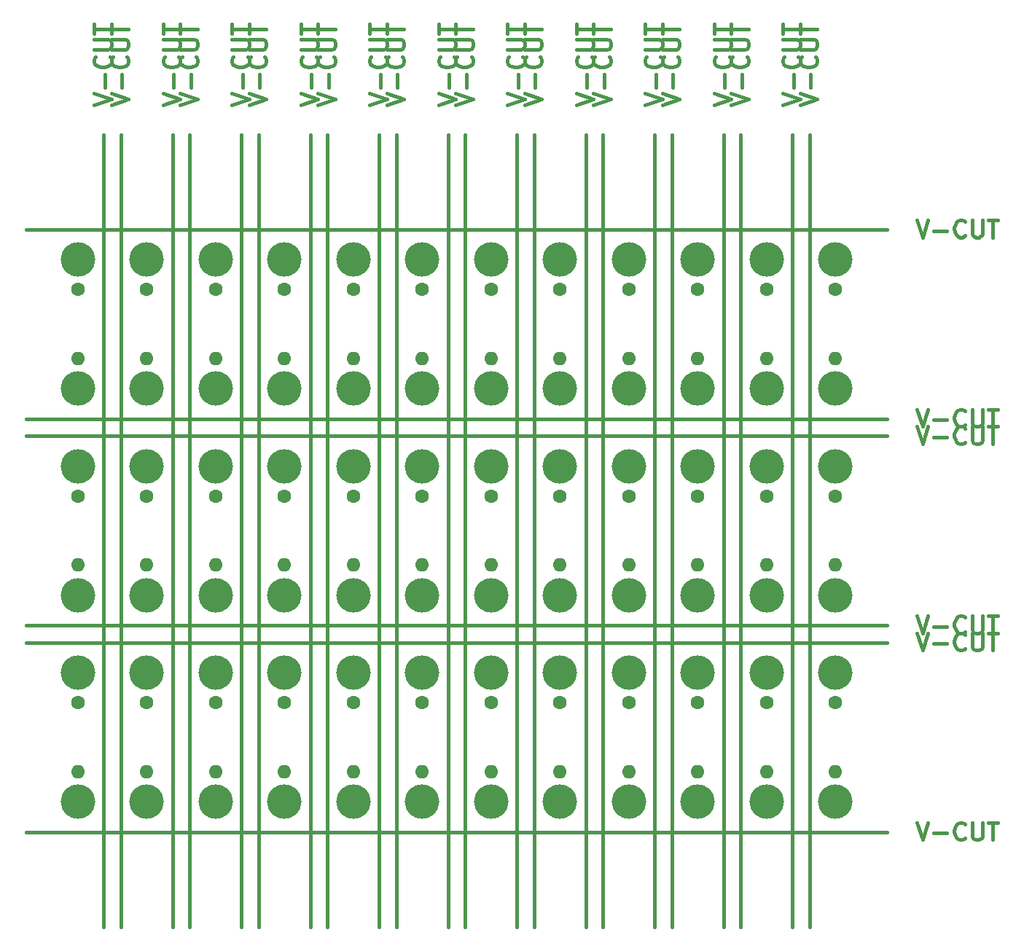
<source format=gbr>
%TF.GenerationSoftware,KiCad,Pcbnew,8.0.2*%
%TF.CreationDate,2024-06-26T22:47:50+07:00*%
%TF.ProjectId,resistor_pitch_15mm_Panel,72657369-7374-46f7-925f-70697463685f,rev?*%
%TF.SameCoordinates,Original*%
%TF.FileFunction,Copper,L1,Top*%
%TF.FilePolarity,Positive*%
%FSLAX46Y46*%
G04 Gerber Fmt 4.6, Leading zero omitted, Abs format (unit mm)*
G04 Created by KiCad (PCBNEW 8.0.2) date 2024-06-26 22:47:50*
%MOMM*%
%LPD*%
G01*
G04 APERTURE LIST*
%ADD10C,0.400000*%
%TA.AperFunction,NonConductor*%
%ADD11C,0.400000*%
%TD*%
%TA.AperFunction,ComponentPad*%
%ADD12C,4.000000*%
%TD*%
%TA.AperFunction,ComponentPad*%
%ADD13C,1.600000*%
%TD*%
%TA.AperFunction,ComponentPad*%
%ADD14O,1.600000X1.600000*%
%TD*%
G04 APERTURE END LIST*
D10*
D11*
X100453633Y-28904938D02*
X101120299Y-30904938D01*
X101120299Y-30904938D02*
X101786966Y-28904938D01*
X102453633Y-30143033D02*
X103977443Y-30143033D01*
X106072680Y-30714461D02*
X105977442Y-30809700D01*
X105977442Y-30809700D02*
X105691728Y-30904938D01*
X105691728Y-30904938D02*
X105501252Y-30904938D01*
X105501252Y-30904938D02*
X105215537Y-30809700D01*
X105215537Y-30809700D02*
X105025061Y-30619223D01*
X105025061Y-30619223D02*
X104929823Y-30428747D01*
X104929823Y-30428747D02*
X104834585Y-30047795D01*
X104834585Y-30047795D02*
X104834585Y-29762080D01*
X104834585Y-29762080D02*
X104929823Y-29381128D01*
X104929823Y-29381128D02*
X105025061Y-29190652D01*
X105025061Y-29190652D02*
X105215537Y-29000176D01*
X105215537Y-29000176D02*
X105501252Y-28904938D01*
X105501252Y-28904938D02*
X105691728Y-28904938D01*
X105691728Y-28904938D02*
X105977442Y-29000176D01*
X105977442Y-29000176D02*
X106072680Y-29095414D01*
X106929823Y-28904938D02*
X106929823Y-30523985D01*
X106929823Y-30523985D02*
X107025061Y-30714461D01*
X107025061Y-30714461D02*
X107120299Y-30809700D01*
X107120299Y-30809700D02*
X107310775Y-30904938D01*
X107310775Y-30904938D02*
X107691728Y-30904938D01*
X107691728Y-30904938D02*
X107882204Y-30809700D01*
X107882204Y-30809700D02*
X107977442Y-30714461D01*
X107977442Y-30714461D02*
X108072680Y-30523985D01*
X108072680Y-30523985D02*
X108072680Y-28904938D01*
X108739347Y-28904938D02*
X109882204Y-28904938D01*
X109310775Y-30904938D02*
X109310775Y-28904938D01*
D10*
D11*
X44904438Y6453634D02*
X46904438Y7120300D01*
X46904438Y7120300D02*
X44904438Y7786967D01*
X46142533Y8453634D02*
X46142533Y9977443D01*
X46713961Y12072681D02*
X46809200Y11977443D01*
X46809200Y11977443D02*
X46904438Y11691729D01*
X46904438Y11691729D02*
X46904438Y11501253D01*
X46904438Y11501253D02*
X46809200Y11215538D01*
X46809200Y11215538D02*
X46618723Y11025062D01*
X46618723Y11025062D02*
X46428247Y10929824D01*
X46428247Y10929824D02*
X46047295Y10834586D01*
X46047295Y10834586D02*
X45761580Y10834586D01*
X45761580Y10834586D02*
X45380628Y10929824D01*
X45380628Y10929824D02*
X45190152Y11025062D01*
X45190152Y11025062D02*
X44999676Y11215538D01*
X44999676Y11215538D02*
X44904438Y11501253D01*
X44904438Y11501253D02*
X44904438Y11691729D01*
X44904438Y11691729D02*
X44999676Y11977443D01*
X44999676Y11977443D02*
X45094914Y12072681D01*
X44904438Y12929824D02*
X46523485Y12929824D01*
X46523485Y12929824D02*
X46713961Y13025062D01*
X46713961Y13025062D02*
X46809200Y13120300D01*
X46809200Y13120300D02*
X46904438Y13310776D01*
X46904438Y13310776D02*
X46904438Y13691729D01*
X46904438Y13691729D02*
X46809200Y13882205D01*
X46809200Y13882205D02*
X46713961Y13977443D01*
X46713961Y13977443D02*
X46523485Y14072681D01*
X46523485Y14072681D02*
X44904438Y14072681D01*
X44904438Y14739348D02*
X44904438Y15882205D01*
X46904438Y15310776D02*
X44904438Y15310776D01*
D10*
D11*
X100453633Y-30904938D02*
X101120299Y-32904938D01*
X101120299Y-32904938D02*
X101786966Y-30904938D01*
X102453633Y-32143033D02*
X103977443Y-32143033D01*
X106072680Y-32714461D02*
X105977442Y-32809700D01*
X105977442Y-32809700D02*
X105691728Y-32904938D01*
X105691728Y-32904938D02*
X105501252Y-32904938D01*
X105501252Y-32904938D02*
X105215537Y-32809700D01*
X105215537Y-32809700D02*
X105025061Y-32619223D01*
X105025061Y-32619223D02*
X104929823Y-32428747D01*
X104929823Y-32428747D02*
X104834585Y-32047795D01*
X104834585Y-32047795D02*
X104834585Y-31762080D01*
X104834585Y-31762080D02*
X104929823Y-31381128D01*
X104929823Y-31381128D02*
X105025061Y-31190652D01*
X105025061Y-31190652D02*
X105215537Y-31000176D01*
X105215537Y-31000176D02*
X105501252Y-30904938D01*
X105501252Y-30904938D02*
X105691728Y-30904938D01*
X105691728Y-30904938D02*
X105977442Y-31000176D01*
X105977442Y-31000176D02*
X106072680Y-31095414D01*
X106929823Y-30904938D02*
X106929823Y-32523985D01*
X106929823Y-32523985D02*
X107025061Y-32714461D01*
X107025061Y-32714461D02*
X107120299Y-32809700D01*
X107120299Y-32809700D02*
X107310775Y-32904938D01*
X107310775Y-32904938D02*
X107691728Y-32904938D01*
X107691728Y-32904938D02*
X107882204Y-32809700D01*
X107882204Y-32809700D02*
X107977442Y-32714461D01*
X107977442Y-32714461D02*
X108072680Y-32523985D01*
X108072680Y-32523985D02*
X108072680Y-30904938D01*
X108739347Y-30904938D02*
X109882204Y-30904938D01*
X109310775Y-32904938D02*
X109310775Y-30904938D01*
D10*
D11*
X4904438Y6453634D02*
X6904438Y7120300D01*
X6904438Y7120300D02*
X4904438Y7786967D01*
X6142533Y8453634D02*
X6142533Y9977443D01*
X6713961Y12072681D02*
X6809200Y11977443D01*
X6809200Y11977443D02*
X6904438Y11691729D01*
X6904438Y11691729D02*
X6904438Y11501253D01*
X6904438Y11501253D02*
X6809200Y11215538D01*
X6809200Y11215538D02*
X6618723Y11025062D01*
X6618723Y11025062D02*
X6428247Y10929824D01*
X6428247Y10929824D02*
X6047295Y10834586D01*
X6047295Y10834586D02*
X5761580Y10834586D01*
X5761580Y10834586D02*
X5380628Y10929824D01*
X5380628Y10929824D02*
X5190152Y11025062D01*
X5190152Y11025062D02*
X4999676Y11215538D01*
X4999676Y11215538D02*
X4904438Y11501253D01*
X4904438Y11501253D02*
X4904438Y11691729D01*
X4904438Y11691729D02*
X4999676Y11977443D01*
X4999676Y11977443D02*
X5094914Y12072681D01*
X4904438Y12929824D02*
X6523485Y12929824D01*
X6523485Y12929824D02*
X6713961Y13025062D01*
X6713961Y13025062D02*
X6809200Y13120300D01*
X6809200Y13120300D02*
X6904438Y13310776D01*
X6904438Y13310776D02*
X6904438Y13691729D01*
X6904438Y13691729D02*
X6809200Y13882205D01*
X6809200Y13882205D02*
X6713961Y13977443D01*
X6713961Y13977443D02*
X6523485Y14072681D01*
X6523485Y14072681D02*
X4904438Y14072681D01*
X4904438Y14739348D02*
X4904438Y15882205D01*
X6904438Y15310776D02*
X4904438Y15310776D01*
D10*
D11*
X12904438Y6453634D02*
X14904438Y7120300D01*
X14904438Y7120300D02*
X12904438Y7786967D01*
X14142533Y8453634D02*
X14142533Y9977443D01*
X14713961Y12072681D02*
X14809200Y11977443D01*
X14809200Y11977443D02*
X14904438Y11691729D01*
X14904438Y11691729D02*
X14904438Y11501253D01*
X14904438Y11501253D02*
X14809200Y11215538D01*
X14809200Y11215538D02*
X14618723Y11025062D01*
X14618723Y11025062D02*
X14428247Y10929824D01*
X14428247Y10929824D02*
X14047295Y10834586D01*
X14047295Y10834586D02*
X13761580Y10834586D01*
X13761580Y10834586D02*
X13380628Y10929824D01*
X13380628Y10929824D02*
X13190152Y11025062D01*
X13190152Y11025062D02*
X12999676Y11215538D01*
X12999676Y11215538D02*
X12904438Y11501253D01*
X12904438Y11501253D02*
X12904438Y11691729D01*
X12904438Y11691729D02*
X12999676Y11977443D01*
X12999676Y11977443D02*
X13094914Y12072681D01*
X12904438Y12929824D02*
X14523485Y12929824D01*
X14523485Y12929824D02*
X14713961Y13025062D01*
X14713961Y13025062D02*
X14809200Y13120300D01*
X14809200Y13120300D02*
X14904438Y13310776D01*
X14904438Y13310776D02*
X14904438Y13691729D01*
X14904438Y13691729D02*
X14809200Y13882205D01*
X14809200Y13882205D02*
X14713961Y13977443D01*
X14713961Y13977443D02*
X14523485Y14072681D01*
X14523485Y14072681D02*
X12904438Y14072681D01*
X12904438Y14739348D02*
X12904438Y15882205D01*
X14904438Y15310776D02*
X12904438Y15310776D01*
D10*
D11*
X6904438Y6453634D02*
X8904438Y7120300D01*
X8904438Y7120300D02*
X6904438Y7786967D01*
X8142533Y8453634D02*
X8142533Y9977443D01*
X8713961Y12072681D02*
X8809200Y11977443D01*
X8809200Y11977443D02*
X8904438Y11691729D01*
X8904438Y11691729D02*
X8904438Y11501253D01*
X8904438Y11501253D02*
X8809200Y11215538D01*
X8809200Y11215538D02*
X8618723Y11025062D01*
X8618723Y11025062D02*
X8428247Y10929824D01*
X8428247Y10929824D02*
X8047295Y10834586D01*
X8047295Y10834586D02*
X7761580Y10834586D01*
X7761580Y10834586D02*
X7380628Y10929824D01*
X7380628Y10929824D02*
X7190152Y11025062D01*
X7190152Y11025062D02*
X6999676Y11215538D01*
X6999676Y11215538D02*
X6904438Y11501253D01*
X6904438Y11501253D02*
X6904438Y11691729D01*
X6904438Y11691729D02*
X6999676Y11977443D01*
X6999676Y11977443D02*
X7094914Y12072681D01*
X6904438Y12929824D02*
X8523485Y12929824D01*
X8523485Y12929824D02*
X8713961Y13025062D01*
X8713961Y13025062D02*
X8809200Y13120300D01*
X8809200Y13120300D02*
X8904438Y13310776D01*
X8904438Y13310776D02*
X8904438Y13691729D01*
X8904438Y13691729D02*
X8809200Y13882205D01*
X8809200Y13882205D02*
X8713961Y13977443D01*
X8713961Y13977443D02*
X8523485Y14072681D01*
X8523485Y14072681D02*
X6904438Y14072681D01*
X6904438Y14739348D02*
X6904438Y15882205D01*
X8904438Y15310776D02*
X6904438Y15310776D01*
D10*
D11*
X100453633Y-54904938D02*
X101120299Y-56904938D01*
X101120299Y-56904938D02*
X101786966Y-54904938D01*
X102453633Y-56143033D02*
X103977443Y-56143033D01*
X106072680Y-56714461D02*
X105977442Y-56809700D01*
X105977442Y-56809700D02*
X105691728Y-56904938D01*
X105691728Y-56904938D02*
X105501252Y-56904938D01*
X105501252Y-56904938D02*
X105215537Y-56809700D01*
X105215537Y-56809700D02*
X105025061Y-56619223D01*
X105025061Y-56619223D02*
X104929823Y-56428747D01*
X104929823Y-56428747D02*
X104834585Y-56047795D01*
X104834585Y-56047795D02*
X104834585Y-55762080D01*
X104834585Y-55762080D02*
X104929823Y-55381128D01*
X104929823Y-55381128D02*
X105025061Y-55190652D01*
X105025061Y-55190652D02*
X105215537Y-55000176D01*
X105215537Y-55000176D02*
X105501252Y-54904938D01*
X105501252Y-54904938D02*
X105691728Y-54904938D01*
X105691728Y-54904938D02*
X105977442Y-55000176D01*
X105977442Y-55000176D02*
X106072680Y-55095414D01*
X106929823Y-54904938D02*
X106929823Y-56523985D01*
X106929823Y-56523985D02*
X107025061Y-56714461D01*
X107025061Y-56714461D02*
X107120299Y-56809700D01*
X107120299Y-56809700D02*
X107310775Y-56904938D01*
X107310775Y-56904938D02*
X107691728Y-56904938D01*
X107691728Y-56904938D02*
X107882204Y-56809700D01*
X107882204Y-56809700D02*
X107977442Y-56714461D01*
X107977442Y-56714461D02*
X108072680Y-56523985D01*
X108072680Y-56523985D02*
X108072680Y-54904938D01*
X108739347Y-54904938D02*
X109882204Y-54904938D01*
X109310775Y-56904938D02*
X109310775Y-54904938D01*
D10*
D11*
X52904438Y6453634D02*
X54904438Y7120300D01*
X54904438Y7120300D02*
X52904438Y7786967D01*
X54142533Y8453634D02*
X54142533Y9977443D01*
X54713961Y12072681D02*
X54809200Y11977443D01*
X54809200Y11977443D02*
X54904438Y11691729D01*
X54904438Y11691729D02*
X54904438Y11501253D01*
X54904438Y11501253D02*
X54809200Y11215538D01*
X54809200Y11215538D02*
X54618723Y11025062D01*
X54618723Y11025062D02*
X54428247Y10929824D01*
X54428247Y10929824D02*
X54047295Y10834586D01*
X54047295Y10834586D02*
X53761580Y10834586D01*
X53761580Y10834586D02*
X53380628Y10929824D01*
X53380628Y10929824D02*
X53190152Y11025062D01*
X53190152Y11025062D02*
X52999676Y11215538D01*
X52999676Y11215538D02*
X52904438Y11501253D01*
X52904438Y11501253D02*
X52904438Y11691729D01*
X52904438Y11691729D02*
X52999676Y11977443D01*
X52999676Y11977443D02*
X53094914Y12072681D01*
X52904438Y12929824D02*
X54523485Y12929824D01*
X54523485Y12929824D02*
X54713961Y13025062D01*
X54713961Y13025062D02*
X54809200Y13120300D01*
X54809200Y13120300D02*
X54904438Y13310776D01*
X54904438Y13310776D02*
X54904438Y13691729D01*
X54904438Y13691729D02*
X54809200Y13882205D01*
X54809200Y13882205D02*
X54713961Y13977443D01*
X54713961Y13977443D02*
X54523485Y14072681D01*
X54523485Y14072681D02*
X52904438Y14072681D01*
X52904438Y14739348D02*
X52904438Y15882205D01*
X54904438Y15310776D02*
X52904438Y15310776D01*
D10*
D11*
X46904438Y6453634D02*
X48904438Y7120300D01*
X48904438Y7120300D02*
X46904438Y7786967D01*
X48142533Y8453634D02*
X48142533Y9977443D01*
X48713961Y12072681D02*
X48809200Y11977443D01*
X48809200Y11977443D02*
X48904438Y11691729D01*
X48904438Y11691729D02*
X48904438Y11501253D01*
X48904438Y11501253D02*
X48809200Y11215538D01*
X48809200Y11215538D02*
X48618723Y11025062D01*
X48618723Y11025062D02*
X48428247Y10929824D01*
X48428247Y10929824D02*
X48047295Y10834586D01*
X48047295Y10834586D02*
X47761580Y10834586D01*
X47761580Y10834586D02*
X47380628Y10929824D01*
X47380628Y10929824D02*
X47190152Y11025062D01*
X47190152Y11025062D02*
X46999676Y11215538D01*
X46999676Y11215538D02*
X46904438Y11501253D01*
X46904438Y11501253D02*
X46904438Y11691729D01*
X46904438Y11691729D02*
X46999676Y11977443D01*
X46999676Y11977443D02*
X47094914Y12072681D01*
X46904438Y12929824D02*
X48523485Y12929824D01*
X48523485Y12929824D02*
X48713961Y13025062D01*
X48713961Y13025062D02*
X48809200Y13120300D01*
X48809200Y13120300D02*
X48904438Y13310776D01*
X48904438Y13310776D02*
X48904438Y13691729D01*
X48904438Y13691729D02*
X48809200Y13882205D01*
X48809200Y13882205D02*
X48713961Y13977443D01*
X48713961Y13977443D02*
X48523485Y14072681D01*
X48523485Y14072681D02*
X46904438Y14072681D01*
X46904438Y14739348D02*
X46904438Y15882205D01*
X48904438Y15310776D02*
X46904438Y15310776D01*
D10*
D11*
X22904438Y6453634D02*
X24904438Y7120300D01*
X24904438Y7120300D02*
X22904438Y7786967D01*
X24142533Y8453634D02*
X24142533Y9977443D01*
X24713961Y12072681D02*
X24809200Y11977443D01*
X24809200Y11977443D02*
X24904438Y11691729D01*
X24904438Y11691729D02*
X24904438Y11501253D01*
X24904438Y11501253D02*
X24809200Y11215538D01*
X24809200Y11215538D02*
X24618723Y11025062D01*
X24618723Y11025062D02*
X24428247Y10929824D01*
X24428247Y10929824D02*
X24047295Y10834586D01*
X24047295Y10834586D02*
X23761580Y10834586D01*
X23761580Y10834586D02*
X23380628Y10929824D01*
X23380628Y10929824D02*
X23190152Y11025062D01*
X23190152Y11025062D02*
X22999676Y11215538D01*
X22999676Y11215538D02*
X22904438Y11501253D01*
X22904438Y11501253D02*
X22904438Y11691729D01*
X22904438Y11691729D02*
X22999676Y11977443D01*
X22999676Y11977443D02*
X23094914Y12072681D01*
X22904438Y12929824D02*
X24523485Y12929824D01*
X24523485Y12929824D02*
X24713961Y13025062D01*
X24713961Y13025062D02*
X24809200Y13120300D01*
X24809200Y13120300D02*
X24904438Y13310776D01*
X24904438Y13310776D02*
X24904438Y13691729D01*
X24904438Y13691729D02*
X24809200Y13882205D01*
X24809200Y13882205D02*
X24713961Y13977443D01*
X24713961Y13977443D02*
X24523485Y14072681D01*
X24523485Y14072681D02*
X22904438Y14072681D01*
X22904438Y14739348D02*
X22904438Y15882205D01*
X24904438Y15310776D02*
X22904438Y15310776D01*
D10*
D11*
X76904438Y6453634D02*
X78904438Y7120300D01*
X78904438Y7120300D02*
X76904438Y7786967D01*
X78142533Y8453634D02*
X78142533Y9977443D01*
X78713961Y12072681D02*
X78809200Y11977443D01*
X78809200Y11977443D02*
X78904438Y11691729D01*
X78904438Y11691729D02*
X78904438Y11501253D01*
X78904438Y11501253D02*
X78809200Y11215538D01*
X78809200Y11215538D02*
X78618723Y11025062D01*
X78618723Y11025062D02*
X78428247Y10929824D01*
X78428247Y10929824D02*
X78047295Y10834586D01*
X78047295Y10834586D02*
X77761580Y10834586D01*
X77761580Y10834586D02*
X77380628Y10929824D01*
X77380628Y10929824D02*
X77190152Y11025062D01*
X77190152Y11025062D02*
X76999676Y11215538D01*
X76999676Y11215538D02*
X76904438Y11501253D01*
X76904438Y11501253D02*
X76904438Y11691729D01*
X76904438Y11691729D02*
X76999676Y11977443D01*
X76999676Y11977443D02*
X77094914Y12072681D01*
X76904438Y12929824D02*
X78523485Y12929824D01*
X78523485Y12929824D02*
X78713961Y13025062D01*
X78713961Y13025062D02*
X78809200Y13120300D01*
X78809200Y13120300D02*
X78904438Y13310776D01*
X78904438Y13310776D02*
X78904438Y13691729D01*
X78904438Y13691729D02*
X78809200Y13882205D01*
X78809200Y13882205D02*
X78713961Y13977443D01*
X78713961Y13977443D02*
X78523485Y14072681D01*
X78523485Y14072681D02*
X76904438Y14072681D01*
X76904438Y14739348D02*
X76904438Y15882205D01*
X78904438Y15310776D02*
X76904438Y15310776D01*
D10*
D11*
X30904438Y6453634D02*
X32904438Y7120300D01*
X32904438Y7120300D02*
X30904438Y7786967D01*
X32142533Y8453634D02*
X32142533Y9977443D01*
X32713961Y12072681D02*
X32809200Y11977443D01*
X32809200Y11977443D02*
X32904438Y11691729D01*
X32904438Y11691729D02*
X32904438Y11501253D01*
X32904438Y11501253D02*
X32809200Y11215538D01*
X32809200Y11215538D02*
X32618723Y11025062D01*
X32618723Y11025062D02*
X32428247Y10929824D01*
X32428247Y10929824D02*
X32047295Y10834586D01*
X32047295Y10834586D02*
X31761580Y10834586D01*
X31761580Y10834586D02*
X31380628Y10929824D01*
X31380628Y10929824D02*
X31190152Y11025062D01*
X31190152Y11025062D02*
X30999676Y11215538D01*
X30999676Y11215538D02*
X30904438Y11501253D01*
X30904438Y11501253D02*
X30904438Y11691729D01*
X30904438Y11691729D02*
X30999676Y11977443D01*
X30999676Y11977443D02*
X31094914Y12072681D01*
X30904438Y12929824D02*
X32523485Y12929824D01*
X32523485Y12929824D02*
X32713961Y13025062D01*
X32713961Y13025062D02*
X32809200Y13120300D01*
X32809200Y13120300D02*
X32904438Y13310776D01*
X32904438Y13310776D02*
X32904438Y13691729D01*
X32904438Y13691729D02*
X32809200Y13882205D01*
X32809200Y13882205D02*
X32713961Y13977443D01*
X32713961Y13977443D02*
X32523485Y14072681D01*
X32523485Y14072681D02*
X30904438Y14072681D01*
X30904438Y14739348D02*
X30904438Y15882205D01*
X32904438Y15310776D02*
X30904438Y15310776D01*
D10*
D11*
X62904438Y6453634D02*
X64904438Y7120300D01*
X64904438Y7120300D02*
X62904438Y7786967D01*
X64142533Y8453634D02*
X64142533Y9977443D01*
X64713961Y12072681D02*
X64809200Y11977443D01*
X64809200Y11977443D02*
X64904438Y11691729D01*
X64904438Y11691729D02*
X64904438Y11501253D01*
X64904438Y11501253D02*
X64809200Y11215538D01*
X64809200Y11215538D02*
X64618723Y11025062D01*
X64618723Y11025062D02*
X64428247Y10929824D01*
X64428247Y10929824D02*
X64047295Y10834586D01*
X64047295Y10834586D02*
X63761580Y10834586D01*
X63761580Y10834586D02*
X63380628Y10929824D01*
X63380628Y10929824D02*
X63190152Y11025062D01*
X63190152Y11025062D02*
X62999676Y11215538D01*
X62999676Y11215538D02*
X62904438Y11501253D01*
X62904438Y11501253D02*
X62904438Y11691729D01*
X62904438Y11691729D02*
X62999676Y11977443D01*
X62999676Y11977443D02*
X63094914Y12072681D01*
X62904438Y12929824D02*
X64523485Y12929824D01*
X64523485Y12929824D02*
X64713961Y13025062D01*
X64713961Y13025062D02*
X64809200Y13120300D01*
X64809200Y13120300D02*
X64904438Y13310776D01*
X64904438Y13310776D02*
X64904438Y13691729D01*
X64904438Y13691729D02*
X64809200Y13882205D01*
X64809200Y13882205D02*
X64713961Y13977443D01*
X64713961Y13977443D02*
X64523485Y14072681D01*
X64523485Y14072681D02*
X62904438Y14072681D01*
X62904438Y14739348D02*
X62904438Y15882205D01*
X64904438Y15310776D02*
X62904438Y15310776D01*
D10*
D11*
X14904438Y6453634D02*
X16904438Y7120300D01*
X16904438Y7120300D02*
X14904438Y7786967D01*
X16142533Y8453634D02*
X16142533Y9977443D01*
X16713961Y12072681D02*
X16809200Y11977443D01*
X16809200Y11977443D02*
X16904438Y11691729D01*
X16904438Y11691729D02*
X16904438Y11501253D01*
X16904438Y11501253D02*
X16809200Y11215538D01*
X16809200Y11215538D02*
X16618723Y11025062D01*
X16618723Y11025062D02*
X16428247Y10929824D01*
X16428247Y10929824D02*
X16047295Y10834586D01*
X16047295Y10834586D02*
X15761580Y10834586D01*
X15761580Y10834586D02*
X15380628Y10929824D01*
X15380628Y10929824D02*
X15190152Y11025062D01*
X15190152Y11025062D02*
X14999676Y11215538D01*
X14999676Y11215538D02*
X14904438Y11501253D01*
X14904438Y11501253D02*
X14904438Y11691729D01*
X14904438Y11691729D02*
X14999676Y11977443D01*
X14999676Y11977443D02*
X15094914Y12072681D01*
X14904438Y12929824D02*
X16523485Y12929824D01*
X16523485Y12929824D02*
X16713961Y13025062D01*
X16713961Y13025062D02*
X16809200Y13120300D01*
X16809200Y13120300D02*
X16904438Y13310776D01*
X16904438Y13310776D02*
X16904438Y13691729D01*
X16904438Y13691729D02*
X16809200Y13882205D01*
X16809200Y13882205D02*
X16713961Y13977443D01*
X16713961Y13977443D02*
X16523485Y14072681D01*
X16523485Y14072681D02*
X14904438Y14072681D01*
X14904438Y14739348D02*
X14904438Y15882205D01*
X16904438Y15310776D02*
X14904438Y15310776D01*
D10*
D11*
X78904438Y6453634D02*
X80904438Y7120300D01*
X80904438Y7120300D02*
X78904438Y7786967D01*
X80142533Y8453634D02*
X80142533Y9977443D01*
X80713961Y12072681D02*
X80809200Y11977443D01*
X80809200Y11977443D02*
X80904438Y11691729D01*
X80904438Y11691729D02*
X80904438Y11501253D01*
X80904438Y11501253D02*
X80809200Y11215538D01*
X80809200Y11215538D02*
X80618723Y11025062D01*
X80618723Y11025062D02*
X80428247Y10929824D01*
X80428247Y10929824D02*
X80047295Y10834586D01*
X80047295Y10834586D02*
X79761580Y10834586D01*
X79761580Y10834586D02*
X79380628Y10929824D01*
X79380628Y10929824D02*
X79190152Y11025062D01*
X79190152Y11025062D02*
X78999676Y11215538D01*
X78999676Y11215538D02*
X78904438Y11501253D01*
X78904438Y11501253D02*
X78904438Y11691729D01*
X78904438Y11691729D02*
X78999676Y11977443D01*
X78999676Y11977443D02*
X79094914Y12072681D01*
X78904438Y12929824D02*
X80523485Y12929824D01*
X80523485Y12929824D02*
X80713961Y13025062D01*
X80713961Y13025062D02*
X80809200Y13120300D01*
X80809200Y13120300D02*
X80904438Y13310776D01*
X80904438Y13310776D02*
X80904438Y13691729D01*
X80904438Y13691729D02*
X80809200Y13882205D01*
X80809200Y13882205D02*
X80713961Y13977443D01*
X80713961Y13977443D02*
X80523485Y14072681D01*
X80523485Y14072681D02*
X78904438Y14072681D01*
X78904438Y14739348D02*
X78904438Y15882205D01*
X80904438Y15310776D02*
X78904438Y15310776D01*
D10*
D11*
X60904438Y6453634D02*
X62904438Y7120300D01*
X62904438Y7120300D02*
X60904438Y7786967D01*
X62142533Y8453634D02*
X62142533Y9977443D01*
X62713961Y12072681D02*
X62809200Y11977443D01*
X62809200Y11977443D02*
X62904438Y11691729D01*
X62904438Y11691729D02*
X62904438Y11501253D01*
X62904438Y11501253D02*
X62809200Y11215538D01*
X62809200Y11215538D02*
X62618723Y11025062D01*
X62618723Y11025062D02*
X62428247Y10929824D01*
X62428247Y10929824D02*
X62047295Y10834586D01*
X62047295Y10834586D02*
X61761580Y10834586D01*
X61761580Y10834586D02*
X61380628Y10929824D01*
X61380628Y10929824D02*
X61190152Y11025062D01*
X61190152Y11025062D02*
X60999676Y11215538D01*
X60999676Y11215538D02*
X60904438Y11501253D01*
X60904438Y11501253D02*
X60904438Y11691729D01*
X60904438Y11691729D02*
X60999676Y11977443D01*
X60999676Y11977443D02*
X61094914Y12072681D01*
X60904438Y12929824D02*
X62523485Y12929824D01*
X62523485Y12929824D02*
X62713961Y13025062D01*
X62713961Y13025062D02*
X62809200Y13120300D01*
X62809200Y13120300D02*
X62904438Y13310776D01*
X62904438Y13310776D02*
X62904438Y13691729D01*
X62904438Y13691729D02*
X62809200Y13882205D01*
X62809200Y13882205D02*
X62713961Y13977443D01*
X62713961Y13977443D02*
X62523485Y14072681D01*
X62523485Y14072681D02*
X60904438Y14072681D01*
X60904438Y14739348D02*
X60904438Y15882205D01*
X62904438Y15310776D02*
X60904438Y15310776D01*
D10*
D11*
X100453633Y-6904938D02*
X101120299Y-8904938D01*
X101120299Y-8904938D02*
X101786966Y-6904938D01*
X102453633Y-8143033D02*
X103977443Y-8143033D01*
X106072680Y-8714461D02*
X105977442Y-8809700D01*
X105977442Y-8809700D02*
X105691728Y-8904938D01*
X105691728Y-8904938D02*
X105501252Y-8904938D01*
X105501252Y-8904938D02*
X105215537Y-8809700D01*
X105215537Y-8809700D02*
X105025061Y-8619223D01*
X105025061Y-8619223D02*
X104929823Y-8428747D01*
X104929823Y-8428747D02*
X104834585Y-8047795D01*
X104834585Y-8047795D02*
X104834585Y-7762080D01*
X104834585Y-7762080D02*
X104929823Y-7381128D01*
X104929823Y-7381128D02*
X105025061Y-7190652D01*
X105025061Y-7190652D02*
X105215537Y-7000176D01*
X105215537Y-7000176D02*
X105501252Y-6904938D01*
X105501252Y-6904938D02*
X105691728Y-6904938D01*
X105691728Y-6904938D02*
X105977442Y-7000176D01*
X105977442Y-7000176D02*
X106072680Y-7095414D01*
X106929823Y-6904938D02*
X106929823Y-8523985D01*
X106929823Y-8523985D02*
X107025061Y-8714461D01*
X107025061Y-8714461D02*
X107120299Y-8809700D01*
X107120299Y-8809700D02*
X107310775Y-8904938D01*
X107310775Y-8904938D02*
X107691728Y-8904938D01*
X107691728Y-8904938D02*
X107882204Y-8809700D01*
X107882204Y-8809700D02*
X107977442Y-8714461D01*
X107977442Y-8714461D02*
X108072680Y-8523985D01*
X108072680Y-8523985D02*
X108072680Y-6904938D01*
X108739347Y-6904938D02*
X109882204Y-6904938D01*
X109310775Y-8904938D02*
X109310775Y-6904938D01*
D10*
D11*
X68904438Y6453634D02*
X70904438Y7120300D01*
X70904438Y7120300D02*
X68904438Y7786967D01*
X70142533Y8453634D02*
X70142533Y9977443D01*
X70713961Y12072681D02*
X70809200Y11977443D01*
X70809200Y11977443D02*
X70904438Y11691729D01*
X70904438Y11691729D02*
X70904438Y11501253D01*
X70904438Y11501253D02*
X70809200Y11215538D01*
X70809200Y11215538D02*
X70618723Y11025062D01*
X70618723Y11025062D02*
X70428247Y10929824D01*
X70428247Y10929824D02*
X70047295Y10834586D01*
X70047295Y10834586D02*
X69761580Y10834586D01*
X69761580Y10834586D02*
X69380628Y10929824D01*
X69380628Y10929824D02*
X69190152Y11025062D01*
X69190152Y11025062D02*
X68999676Y11215538D01*
X68999676Y11215538D02*
X68904438Y11501253D01*
X68904438Y11501253D02*
X68904438Y11691729D01*
X68904438Y11691729D02*
X68999676Y11977443D01*
X68999676Y11977443D02*
X69094914Y12072681D01*
X68904438Y12929824D02*
X70523485Y12929824D01*
X70523485Y12929824D02*
X70713961Y13025062D01*
X70713961Y13025062D02*
X70809200Y13120300D01*
X70809200Y13120300D02*
X70904438Y13310776D01*
X70904438Y13310776D02*
X70904438Y13691729D01*
X70904438Y13691729D02*
X70809200Y13882205D01*
X70809200Y13882205D02*
X70713961Y13977443D01*
X70713961Y13977443D02*
X70523485Y14072681D01*
X70523485Y14072681D02*
X68904438Y14072681D01*
X68904438Y14739348D02*
X68904438Y15882205D01*
X70904438Y15310776D02*
X68904438Y15310776D01*
D10*
D11*
X86904438Y6453634D02*
X88904438Y7120300D01*
X88904438Y7120300D02*
X86904438Y7786967D01*
X88142533Y8453634D02*
X88142533Y9977443D01*
X88713961Y12072681D02*
X88809200Y11977443D01*
X88809200Y11977443D02*
X88904438Y11691729D01*
X88904438Y11691729D02*
X88904438Y11501253D01*
X88904438Y11501253D02*
X88809200Y11215538D01*
X88809200Y11215538D02*
X88618723Y11025062D01*
X88618723Y11025062D02*
X88428247Y10929824D01*
X88428247Y10929824D02*
X88047295Y10834586D01*
X88047295Y10834586D02*
X87761580Y10834586D01*
X87761580Y10834586D02*
X87380628Y10929824D01*
X87380628Y10929824D02*
X87190152Y11025062D01*
X87190152Y11025062D02*
X86999676Y11215538D01*
X86999676Y11215538D02*
X86904438Y11501253D01*
X86904438Y11501253D02*
X86904438Y11691729D01*
X86904438Y11691729D02*
X86999676Y11977443D01*
X86999676Y11977443D02*
X87094914Y12072681D01*
X86904438Y12929824D02*
X88523485Y12929824D01*
X88523485Y12929824D02*
X88713961Y13025062D01*
X88713961Y13025062D02*
X88809200Y13120300D01*
X88809200Y13120300D02*
X88904438Y13310776D01*
X88904438Y13310776D02*
X88904438Y13691729D01*
X88904438Y13691729D02*
X88809200Y13882205D01*
X88809200Y13882205D02*
X88713961Y13977443D01*
X88713961Y13977443D02*
X88523485Y14072681D01*
X88523485Y14072681D02*
X86904438Y14072681D01*
X86904438Y14739348D02*
X86904438Y15882205D01*
X88904438Y15310776D02*
X86904438Y15310776D01*
D10*
D11*
X20904438Y6453634D02*
X22904438Y7120300D01*
X22904438Y7120300D02*
X20904438Y7786967D01*
X22142533Y8453634D02*
X22142533Y9977443D01*
X22713961Y12072681D02*
X22809200Y11977443D01*
X22809200Y11977443D02*
X22904438Y11691729D01*
X22904438Y11691729D02*
X22904438Y11501253D01*
X22904438Y11501253D02*
X22809200Y11215538D01*
X22809200Y11215538D02*
X22618723Y11025062D01*
X22618723Y11025062D02*
X22428247Y10929824D01*
X22428247Y10929824D02*
X22047295Y10834586D01*
X22047295Y10834586D02*
X21761580Y10834586D01*
X21761580Y10834586D02*
X21380628Y10929824D01*
X21380628Y10929824D02*
X21190152Y11025062D01*
X21190152Y11025062D02*
X20999676Y11215538D01*
X20999676Y11215538D02*
X20904438Y11501253D01*
X20904438Y11501253D02*
X20904438Y11691729D01*
X20904438Y11691729D02*
X20999676Y11977443D01*
X20999676Y11977443D02*
X21094914Y12072681D01*
X20904438Y12929824D02*
X22523485Y12929824D01*
X22523485Y12929824D02*
X22713961Y13025062D01*
X22713961Y13025062D02*
X22809200Y13120300D01*
X22809200Y13120300D02*
X22904438Y13310776D01*
X22904438Y13310776D02*
X22904438Y13691729D01*
X22904438Y13691729D02*
X22809200Y13882205D01*
X22809200Y13882205D02*
X22713961Y13977443D01*
X22713961Y13977443D02*
X22523485Y14072681D01*
X22523485Y14072681D02*
X20904438Y14072681D01*
X20904438Y14739348D02*
X20904438Y15882205D01*
X22904438Y15310776D02*
X20904438Y15310776D01*
D10*
D11*
X100453633Y-52904938D02*
X101120299Y-54904938D01*
X101120299Y-54904938D02*
X101786966Y-52904938D01*
X102453633Y-54143033D02*
X103977443Y-54143033D01*
X106072680Y-54714461D02*
X105977442Y-54809700D01*
X105977442Y-54809700D02*
X105691728Y-54904938D01*
X105691728Y-54904938D02*
X105501252Y-54904938D01*
X105501252Y-54904938D02*
X105215537Y-54809700D01*
X105215537Y-54809700D02*
X105025061Y-54619223D01*
X105025061Y-54619223D02*
X104929823Y-54428747D01*
X104929823Y-54428747D02*
X104834585Y-54047795D01*
X104834585Y-54047795D02*
X104834585Y-53762080D01*
X104834585Y-53762080D02*
X104929823Y-53381128D01*
X104929823Y-53381128D02*
X105025061Y-53190652D01*
X105025061Y-53190652D02*
X105215537Y-53000176D01*
X105215537Y-53000176D02*
X105501252Y-52904938D01*
X105501252Y-52904938D02*
X105691728Y-52904938D01*
X105691728Y-52904938D02*
X105977442Y-53000176D01*
X105977442Y-53000176D02*
X106072680Y-53095414D01*
X106929823Y-52904938D02*
X106929823Y-54523985D01*
X106929823Y-54523985D02*
X107025061Y-54714461D01*
X107025061Y-54714461D02*
X107120299Y-54809700D01*
X107120299Y-54809700D02*
X107310775Y-54904938D01*
X107310775Y-54904938D02*
X107691728Y-54904938D01*
X107691728Y-54904938D02*
X107882204Y-54809700D01*
X107882204Y-54809700D02*
X107977442Y-54714461D01*
X107977442Y-54714461D02*
X108072680Y-54523985D01*
X108072680Y-54523985D02*
X108072680Y-52904938D01*
X108739347Y-52904938D02*
X109882204Y-52904938D01*
X109310775Y-54904938D02*
X109310775Y-52904938D01*
D10*
D11*
X28904438Y6453634D02*
X30904438Y7120300D01*
X30904438Y7120300D02*
X28904438Y7786967D01*
X30142533Y8453634D02*
X30142533Y9977443D01*
X30713961Y12072681D02*
X30809200Y11977443D01*
X30809200Y11977443D02*
X30904438Y11691729D01*
X30904438Y11691729D02*
X30904438Y11501253D01*
X30904438Y11501253D02*
X30809200Y11215538D01*
X30809200Y11215538D02*
X30618723Y11025062D01*
X30618723Y11025062D02*
X30428247Y10929824D01*
X30428247Y10929824D02*
X30047295Y10834586D01*
X30047295Y10834586D02*
X29761580Y10834586D01*
X29761580Y10834586D02*
X29380628Y10929824D01*
X29380628Y10929824D02*
X29190152Y11025062D01*
X29190152Y11025062D02*
X28999676Y11215538D01*
X28999676Y11215538D02*
X28904438Y11501253D01*
X28904438Y11501253D02*
X28904438Y11691729D01*
X28904438Y11691729D02*
X28999676Y11977443D01*
X28999676Y11977443D02*
X29094914Y12072681D01*
X28904438Y12929824D02*
X30523485Y12929824D01*
X30523485Y12929824D02*
X30713961Y13025062D01*
X30713961Y13025062D02*
X30809200Y13120300D01*
X30809200Y13120300D02*
X30904438Y13310776D01*
X30904438Y13310776D02*
X30904438Y13691729D01*
X30904438Y13691729D02*
X30809200Y13882205D01*
X30809200Y13882205D02*
X30713961Y13977443D01*
X30713961Y13977443D02*
X30523485Y14072681D01*
X30523485Y14072681D02*
X28904438Y14072681D01*
X28904438Y14739348D02*
X28904438Y15882205D01*
X30904438Y15310776D02*
X28904438Y15310776D01*
D10*
D11*
X84904438Y6453634D02*
X86904438Y7120300D01*
X86904438Y7120300D02*
X84904438Y7786967D01*
X86142533Y8453634D02*
X86142533Y9977443D01*
X86713961Y12072681D02*
X86809200Y11977443D01*
X86809200Y11977443D02*
X86904438Y11691729D01*
X86904438Y11691729D02*
X86904438Y11501253D01*
X86904438Y11501253D02*
X86809200Y11215538D01*
X86809200Y11215538D02*
X86618723Y11025062D01*
X86618723Y11025062D02*
X86428247Y10929824D01*
X86428247Y10929824D02*
X86047295Y10834586D01*
X86047295Y10834586D02*
X85761580Y10834586D01*
X85761580Y10834586D02*
X85380628Y10929824D01*
X85380628Y10929824D02*
X85190152Y11025062D01*
X85190152Y11025062D02*
X84999676Y11215538D01*
X84999676Y11215538D02*
X84904438Y11501253D01*
X84904438Y11501253D02*
X84904438Y11691729D01*
X84904438Y11691729D02*
X84999676Y11977443D01*
X84999676Y11977443D02*
X85094914Y12072681D01*
X84904438Y12929824D02*
X86523485Y12929824D01*
X86523485Y12929824D02*
X86713961Y13025062D01*
X86713961Y13025062D02*
X86809200Y13120300D01*
X86809200Y13120300D02*
X86904438Y13310776D01*
X86904438Y13310776D02*
X86904438Y13691729D01*
X86904438Y13691729D02*
X86809200Y13882205D01*
X86809200Y13882205D02*
X86713961Y13977443D01*
X86713961Y13977443D02*
X86523485Y14072681D01*
X86523485Y14072681D02*
X84904438Y14072681D01*
X84904438Y14739348D02*
X84904438Y15882205D01*
X86904438Y15310776D02*
X84904438Y15310776D01*
D10*
D11*
X38904438Y6453634D02*
X40904438Y7120300D01*
X40904438Y7120300D02*
X38904438Y7786967D01*
X40142533Y8453634D02*
X40142533Y9977443D01*
X40713961Y12072681D02*
X40809200Y11977443D01*
X40809200Y11977443D02*
X40904438Y11691729D01*
X40904438Y11691729D02*
X40904438Y11501253D01*
X40904438Y11501253D02*
X40809200Y11215538D01*
X40809200Y11215538D02*
X40618723Y11025062D01*
X40618723Y11025062D02*
X40428247Y10929824D01*
X40428247Y10929824D02*
X40047295Y10834586D01*
X40047295Y10834586D02*
X39761580Y10834586D01*
X39761580Y10834586D02*
X39380628Y10929824D01*
X39380628Y10929824D02*
X39190152Y11025062D01*
X39190152Y11025062D02*
X38999676Y11215538D01*
X38999676Y11215538D02*
X38904438Y11501253D01*
X38904438Y11501253D02*
X38904438Y11691729D01*
X38904438Y11691729D02*
X38999676Y11977443D01*
X38999676Y11977443D02*
X39094914Y12072681D01*
X38904438Y12929824D02*
X40523485Y12929824D01*
X40523485Y12929824D02*
X40713961Y13025062D01*
X40713961Y13025062D02*
X40809200Y13120300D01*
X40809200Y13120300D02*
X40904438Y13310776D01*
X40904438Y13310776D02*
X40904438Y13691729D01*
X40904438Y13691729D02*
X40809200Y13882205D01*
X40809200Y13882205D02*
X40713961Y13977443D01*
X40713961Y13977443D02*
X40523485Y14072681D01*
X40523485Y14072681D02*
X38904438Y14072681D01*
X38904438Y14739348D02*
X38904438Y15882205D01*
X40904438Y15310776D02*
X38904438Y15310776D01*
D10*
D11*
X36904438Y6453634D02*
X38904438Y7120300D01*
X38904438Y7120300D02*
X36904438Y7786967D01*
X38142533Y8453634D02*
X38142533Y9977443D01*
X38713961Y12072681D02*
X38809200Y11977443D01*
X38809200Y11977443D02*
X38904438Y11691729D01*
X38904438Y11691729D02*
X38904438Y11501253D01*
X38904438Y11501253D02*
X38809200Y11215538D01*
X38809200Y11215538D02*
X38618723Y11025062D01*
X38618723Y11025062D02*
X38428247Y10929824D01*
X38428247Y10929824D02*
X38047295Y10834586D01*
X38047295Y10834586D02*
X37761580Y10834586D01*
X37761580Y10834586D02*
X37380628Y10929824D01*
X37380628Y10929824D02*
X37190152Y11025062D01*
X37190152Y11025062D02*
X36999676Y11215538D01*
X36999676Y11215538D02*
X36904438Y11501253D01*
X36904438Y11501253D02*
X36904438Y11691729D01*
X36904438Y11691729D02*
X36999676Y11977443D01*
X36999676Y11977443D02*
X37094914Y12072681D01*
X36904438Y12929824D02*
X38523485Y12929824D01*
X38523485Y12929824D02*
X38713961Y13025062D01*
X38713961Y13025062D02*
X38809200Y13120300D01*
X38809200Y13120300D02*
X38904438Y13310776D01*
X38904438Y13310776D02*
X38904438Y13691729D01*
X38904438Y13691729D02*
X38809200Y13882205D01*
X38809200Y13882205D02*
X38713961Y13977443D01*
X38713961Y13977443D02*
X38523485Y14072681D01*
X38523485Y14072681D02*
X36904438Y14072681D01*
X36904438Y14739348D02*
X36904438Y15882205D01*
X38904438Y15310776D02*
X36904438Y15310776D01*
D10*
D11*
X70904438Y6453634D02*
X72904438Y7120300D01*
X72904438Y7120300D02*
X70904438Y7786967D01*
X72142533Y8453634D02*
X72142533Y9977443D01*
X72713961Y12072681D02*
X72809200Y11977443D01*
X72809200Y11977443D02*
X72904438Y11691729D01*
X72904438Y11691729D02*
X72904438Y11501253D01*
X72904438Y11501253D02*
X72809200Y11215538D01*
X72809200Y11215538D02*
X72618723Y11025062D01*
X72618723Y11025062D02*
X72428247Y10929824D01*
X72428247Y10929824D02*
X72047295Y10834586D01*
X72047295Y10834586D02*
X71761580Y10834586D01*
X71761580Y10834586D02*
X71380628Y10929824D01*
X71380628Y10929824D02*
X71190152Y11025062D01*
X71190152Y11025062D02*
X70999676Y11215538D01*
X70999676Y11215538D02*
X70904438Y11501253D01*
X70904438Y11501253D02*
X70904438Y11691729D01*
X70904438Y11691729D02*
X70999676Y11977443D01*
X70999676Y11977443D02*
X71094914Y12072681D01*
X70904438Y12929824D02*
X72523485Y12929824D01*
X72523485Y12929824D02*
X72713961Y13025062D01*
X72713961Y13025062D02*
X72809200Y13120300D01*
X72809200Y13120300D02*
X72904438Y13310776D01*
X72904438Y13310776D02*
X72904438Y13691729D01*
X72904438Y13691729D02*
X72809200Y13882205D01*
X72809200Y13882205D02*
X72713961Y13977443D01*
X72713961Y13977443D02*
X72523485Y14072681D01*
X72523485Y14072681D02*
X70904438Y14072681D01*
X70904438Y14739348D02*
X70904438Y15882205D01*
X72904438Y15310776D02*
X70904438Y15310776D01*
D10*
D11*
X54904438Y6453634D02*
X56904438Y7120300D01*
X56904438Y7120300D02*
X54904438Y7786967D01*
X56142533Y8453634D02*
X56142533Y9977443D01*
X56713961Y12072681D02*
X56809200Y11977443D01*
X56809200Y11977443D02*
X56904438Y11691729D01*
X56904438Y11691729D02*
X56904438Y11501253D01*
X56904438Y11501253D02*
X56809200Y11215538D01*
X56809200Y11215538D02*
X56618723Y11025062D01*
X56618723Y11025062D02*
X56428247Y10929824D01*
X56428247Y10929824D02*
X56047295Y10834586D01*
X56047295Y10834586D02*
X55761580Y10834586D01*
X55761580Y10834586D02*
X55380628Y10929824D01*
X55380628Y10929824D02*
X55190152Y11025062D01*
X55190152Y11025062D02*
X54999676Y11215538D01*
X54999676Y11215538D02*
X54904438Y11501253D01*
X54904438Y11501253D02*
X54904438Y11691729D01*
X54904438Y11691729D02*
X54999676Y11977443D01*
X54999676Y11977443D02*
X55094914Y12072681D01*
X54904438Y12929824D02*
X56523485Y12929824D01*
X56523485Y12929824D02*
X56713961Y13025062D01*
X56713961Y13025062D02*
X56809200Y13120300D01*
X56809200Y13120300D02*
X56904438Y13310776D01*
X56904438Y13310776D02*
X56904438Y13691729D01*
X56904438Y13691729D02*
X56809200Y13882205D01*
X56809200Y13882205D02*
X56713961Y13977443D01*
X56713961Y13977443D02*
X56523485Y14072681D01*
X56523485Y14072681D02*
X54904438Y14072681D01*
X54904438Y14739348D02*
X54904438Y15882205D01*
X56904438Y15310776D02*
X54904438Y15310776D01*
D10*
D11*
X100453633Y-76904938D02*
X101120299Y-78904938D01*
X101120299Y-78904938D02*
X101786966Y-76904938D01*
X102453633Y-78143033D02*
X103977443Y-78143033D01*
X106072680Y-78714461D02*
X105977442Y-78809700D01*
X105977442Y-78809700D02*
X105691728Y-78904938D01*
X105691728Y-78904938D02*
X105501252Y-78904938D01*
X105501252Y-78904938D02*
X105215537Y-78809700D01*
X105215537Y-78809700D02*
X105025061Y-78619223D01*
X105025061Y-78619223D02*
X104929823Y-78428747D01*
X104929823Y-78428747D02*
X104834585Y-78047795D01*
X104834585Y-78047795D02*
X104834585Y-77762080D01*
X104834585Y-77762080D02*
X104929823Y-77381128D01*
X104929823Y-77381128D02*
X105025061Y-77190652D01*
X105025061Y-77190652D02*
X105215537Y-77000176D01*
X105215537Y-77000176D02*
X105501252Y-76904938D01*
X105501252Y-76904938D02*
X105691728Y-76904938D01*
X105691728Y-76904938D02*
X105977442Y-77000176D01*
X105977442Y-77000176D02*
X106072680Y-77095414D01*
X106929823Y-76904938D02*
X106929823Y-78523985D01*
X106929823Y-78523985D02*
X107025061Y-78714461D01*
X107025061Y-78714461D02*
X107120299Y-78809700D01*
X107120299Y-78809700D02*
X107310775Y-78904938D01*
X107310775Y-78904938D02*
X107691728Y-78904938D01*
X107691728Y-78904938D02*
X107882204Y-78809700D01*
X107882204Y-78809700D02*
X107977442Y-78714461D01*
X107977442Y-78714461D02*
X108072680Y-78523985D01*
X108072680Y-78523985D02*
X108072680Y-76904938D01*
X108739347Y-76904938D02*
X109882204Y-76904938D01*
X109310775Y-78904938D02*
X109310775Y-76904938D01*
X30000000Y3000000D02*
X30000000Y-89001500D01*
X-3000000Y-54000500D02*
X97000000Y-54000500D01*
X64000000Y3000000D02*
X64000000Y-89001500D01*
X22000000Y3000000D02*
X22000000Y-89001500D01*
X48000000Y3000000D02*
X48000000Y-89001500D01*
X86000000Y3000000D02*
X86000000Y-89001500D01*
X78000000Y3000000D02*
X78000000Y-89001500D01*
X70000000Y3000000D02*
X70000000Y-89001500D01*
X-3000000Y-78000500D02*
X97000000Y-78000500D01*
X-3000000Y-8000500D02*
X97000000Y-8000500D01*
X88000000Y3000000D02*
X88000000Y-89001500D01*
X14000000Y3000000D02*
X14000000Y-89001500D01*
X38000000Y3000000D02*
X38000000Y-89001500D01*
X-3000000Y-30000500D02*
X97000000Y-30000500D01*
X46000000Y3000000D02*
X46000000Y-89001500D01*
X56000000Y3000000D02*
X56000000Y-89001500D01*
X-3000000Y-56000500D02*
X97000000Y-56000500D01*
X8000000Y3000000D02*
X8000000Y-89001500D01*
X40000000Y3000000D02*
X40000000Y-89001500D01*
X62000000Y3000000D02*
X62000000Y-89001500D01*
X80000000Y3000000D02*
X80000000Y-89001500D01*
X24000000Y3000000D02*
X24000000Y-89001500D01*
X6000000Y3000000D02*
X6000000Y-89001500D01*
X72000000Y3000000D02*
X72000000Y-89001500D01*
X-3000000Y-32000500D02*
X97000000Y-32000500D01*
X32000000Y3000000D02*
X32000000Y-89001500D01*
X16000000Y3000000D02*
X16000000Y-89001500D01*
X54000000Y3000000D02*
X54000000Y-89001500D01*
D12*
%TO.P,J2,1,Pin_1*%
%TO.N,Board_12-Net-(J2-Pin_1)*%
X3000000Y-50500500D03*
%TD*%
%TO.P,J1,1,Pin_1*%
%TO.N,Board_5-Net-(J1-Pin_1)*%
X43000000Y-11500500D03*
%TD*%
%TO.P,J1,1,Pin_1*%
%TO.N,Board_25-Net-(J1-Pin_1)*%
X11000000Y-59500500D03*
%TD*%
D13*
%TO.P,R1,1*%
%TO.N,Board_9-Net-(J1-Pin_1)*%
X75000000Y-14990500D03*
D14*
%TO.P,R1,2*%
%TO.N,Board_9-Net-(J2-Pin_1)*%
X75000000Y-22990500D03*
%TD*%
D12*
%TO.P,J1,1,Pin_1*%
%TO.N,Board_31-Net-(J1-Pin_1)*%
X59000000Y-59500500D03*
%TD*%
%TO.P,J2,1,Pin_1*%
%TO.N,Board_21-Net-(J2-Pin_1)*%
X75000000Y-50500500D03*
%TD*%
%TO.P,J2,1,Pin_1*%
%TO.N,Board_20-Net-(J2-Pin_1)*%
X67000000Y-50500500D03*
%TD*%
%TO.P,J2,1,Pin_1*%
%TO.N,Board_9-Net-(J2-Pin_1)*%
X75000000Y-26500500D03*
%TD*%
%TO.P,J1,1,Pin_1*%
%TO.N,Board_28-Net-(J1-Pin_1)*%
X35000000Y-59500500D03*
%TD*%
D13*
%TO.P,R1,1*%
%TO.N,Board_23-Net-(J1-Pin_1)*%
X91000000Y-38990500D03*
D14*
%TO.P,R1,2*%
%TO.N,Board_23-Net-(J2-Pin_1)*%
X91000000Y-46990500D03*
%TD*%
D12*
%TO.P,J2,1,Pin_1*%
%TO.N,Board_8-Net-(J2-Pin_1)*%
X67000000Y-26500500D03*
%TD*%
D13*
%TO.P,R1,1*%
%TO.N,Board_26-Net-(J1-Pin_1)*%
X19000000Y-62990500D03*
D14*
%TO.P,R1,2*%
%TO.N,Board_26-Net-(J2-Pin_1)*%
X19000000Y-70990500D03*
%TD*%
D13*
%TO.P,R1,1*%
%TO.N,Board_16-Net-(J1-Pin_1)*%
X35000000Y-38990500D03*
D14*
%TO.P,R1,2*%
%TO.N,Board_16-Net-(J2-Pin_1)*%
X35000000Y-46990500D03*
%TD*%
D12*
%TO.P,J1,1,Pin_1*%
%TO.N,Board_35-Net-(J1-Pin_1)*%
X91000000Y-59500500D03*
%TD*%
%TO.P,J1,1,Pin_1*%
%TO.N,Board_10-Net-(J1-Pin_1)*%
X83000000Y-11500500D03*
%TD*%
D13*
%TO.P,R1,1*%
%TO.N,Board_28-Net-(J1-Pin_1)*%
X35000000Y-62990500D03*
D14*
%TO.P,R1,2*%
%TO.N,Board_28-Net-(J2-Pin_1)*%
X35000000Y-70990500D03*
%TD*%
D13*
%TO.P,R1,1*%
%TO.N,Board_7-Net-(J1-Pin_1)*%
X59000000Y-14990500D03*
D14*
%TO.P,R1,2*%
%TO.N,Board_7-Net-(J2-Pin_1)*%
X59000000Y-22990500D03*
%TD*%
D12*
%TO.P,J1,1,Pin_1*%
%TO.N,Board_30-Net-(J1-Pin_1)*%
X51000000Y-59500500D03*
%TD*%
%TO.P,J2,1,Pin_1*%
%TO.N,Board_6-Net-(J2-Pin_1)*%
X51000000Y-26500500D03*
%TD*%
D13*
%TO.P,R1,1*%
%TO.N,Board_25-Net-(J1-Pin_1)*%
X11000000Y-62990500D03*
D14*
%TO.P,R1,2*%
%TO.N,Board_25-Net-(J2-Pin_1)*%
X11000000Y-70990500D03*
%TD*%
D13*
%TO.P,R1,1*%
%TO.N,Board_22-Net-(J1-Pin_1)*%
X83000000Y-38990500D03*
D14*
%TO.P,R1,2*%
%TO.N,Board_22-Net-(J2-Pin_1)*%
X83000000Y-46990500D03*
%TD*%
D12*
%TO.P,J2,1,Pin_1*%
%TO.N,Board_19-Net-(J2-Pin_1)*%
X59000000Y-50500500D03*
%TD*%
D13*
%TO.P,R1,1*%
%TO.N,Board_34-Net-(J1-Pin_1)*%
X83000000Y-62990500D03*
D14*
%TO.P,R1,2*%
%TO.N,Board_34-Net-(J2-Pin_1)*%
X83000000Y-70990500D03*
%TD*%
D12*
%TO.P,J1,1,Pin_1*%
%TO.N,Board_23-Net-(J1-Pin_1)*%
X91000000Y-35500500D03*
%TD*%
%TO.P,J2,1,Pin_1*%
%TO.N,Board_4-Net-(J2-Pin_1)*%
X35000000Y-26500500D03*
%TD*%
%TO.P,J1,1,Pin_1*%
%TO.N,Board_27-Net-(J1-Pin_1)*%
X27000000Y-59500500D03*
%TD*%
%TO.P,J1,1,Pin_1*%
%TO.N,Board_8-Net-(J1-Pin_1)*%
X67000000Y-11500500D03*
%TD*%
%TO.P,J1,1,Pin_1*%
%TO.N,Board_13-Net-(J1-Pin_1)*%
X11000000Y-35500500D03*
%TD*%
%TO.P,J2,1,Pin_1*%
%TO.N,Board_14-Net-(J2-Pin_1)*%
X19000000Y-50500500D03*
%TD*%
%TO.P,J2,1,Pin_1*%
%TO.N,Board_31-Net-(J2-Pin_1)*%
X59000000Y-74500500D03*
%TD*%
D13*
%TO.P,R1,1*%
%TO.N,Board_29-Net-(J1-Pin_1)*%
X43000000Y-62990500D03*
D14*
%TO.P,R1,2*%
%TO.N,Board_29-Net-(J2-Pin_1)*%
X43000000Y-70990500D03*
%TD*%
D12*
%TO.P,J2,1,Pin_1*%
%TO.N,Board_24-Net-(J2-Pin_1)*%
X3000000Y-74500500D03*
%TD*%
D13*
%TO.P,R1,1*%
%TO.N,Board_21-Net-(J1-Pin_1)*%
X75000000Y-38990500D03*
D14*
%TO.P,R1,2*%
%TO.N,Board_21-Net-(J2-Pin_1)*%
X75000000Y-46990500D03*
%TD*%
D12*
%TO.P,J1,1,Pin_1*%
%TO.N,Board_34-Net-(J1-Pin_1)*%
X83000000Y-59500500D03*
%TD*%
D13*
%TO.P,R1,1*%
%TO.N,Board_10-Net-(J1-Pin_1)*%
X83000000Y-14990500D03*
D14*
%TO.P,R1,2*%
%TO.N,Board_10-Net-(J2-Pin_1)*%
X83000000Y-22990500D03*
%TD*%
D12*
%TO.P,J1,1,Pin_1*%
%TO.N,Board_0-Net-(J1-Pin_1)*%
X3000000Y-11500500D03*
%TD*%
D13*
%TO.P,R1,1*%
%TO.N,Board_1-Net-(J1-Pin_1)*%
X11000000Y-14990500D03*
D14*
%TO.P,R1,2*%
%TO.N,Board_1-Net-(J2-Pin_1)*%
X11000000Y-22990500D03*
%TD*%
D12*
%TO.P,J2,1,Pin_1*%
%TO.N,Board_29-Net-(J2-Pin_1)*%
X43000000Y-74500500D03*
%TD*%
D13*
%TO.P,R1,1*%
%TO.N,Board_19-Net-(J1-Pin_1)*%
X59000000Y-38990500D03*
D14*
%TO.P,R1,2*%
%TO.N,Board_19-Net-(J2-Pin_1)*%
X59000000Y-46990500D03*
%TD*%
D12*
%TO.P,J1,1,Pin_1*%
%TO.N,Board_9-Net-(J1-Pin_1)*%
X75000000Y-11500500D03*
%TD*%
D13*
%TO.P,R1,1*%
%TO.N,Board_31-Net-(J1-Pin_1)*%
X59000000Y-62990500D03*
D14*
%TO.P,R1,2*%
%TO.N,Board_31-Net-(J2-Pin_1)*%
X59000000Y-70990500D03*
%TD*%
D12*
%TO.P,J1,1,Pin_1*%
%TO.N,Board_4-Net-(J1-Pin_1)*%
X35000000Y-11500500D03*
%TD*%
D13*
%TO.P,R1,1*%
%TO.N,Board_6-Net-(J1-Pin_1)*%
X51000000Y-14990500D03*
D14*
%TO.P,R1,2*%
%TO.N,Board_6-Net-(J2-Pin_1)*%
X51000000Y-22990500D03*
%TD*%
D12*
%TO.P,J1,1,Pin_1*%
%TO.N,Board_19-Net-(J1-Pin_1)*%
X59000000Y-35500500D03*
%TD*%
%TO.P,J1,1,Pin_1*%
%TO.N,Board_22-Net-(J1-Pin_1)*%
X83000000Y-35500500D03*
%TD*%
%TO.P,J2,1,Pin_1*%
%TO.N,Board_17-Net-(J2-Pin_1)*%
X43000000Y-50500500D03*
%TD*%
%TO.P,J2,1,Pin_1*%
%TO.N,Board_23-Net-(J2-Pin_1)*%
X91000000Y-50500500D03*
%TD*%
%TO.P,J1,1,Pin_1*%
%TO.N,Board_17-Net-(J1-Pin_1)*%
X43000000Y-35500500D03*
%TD*%
%TO.P,J2,1,Pin_1*%
%TO.N,Board_25-Net-(J2-Pin_1)*%
X11000000Y-74500500D03*
%TD*%
%TO.P,J2,1,Pin_1*%
%TO.N,Board_7-Net-(J2-Pin_1)*%
X59000000Y-26500500D03*
%TD*%
%TO.P,J1,1,Pin_1*%
%TO.N,Board_29-Net-(J1-Pin_1)*%
X43000000Y-59500500D03*
%TD*%
%TO.P,J2,1,Pin_1*%
%TO.N,Board_34-Net-(J2-Pin_1)*%
X83000000Y-74500500D03*
%TD*%
D13*
%TO.P,R1,1*%
%TO.N,Board_3-Net-(J1-Pin_1)*%
X27000000Y-14990500D03*
D14*
%TO.P,R1,2*%
%TO.N,Board_3-Net-(J2-Pin_1)*%
X27000000Y-22990500D03*
%TD*%
D12*
%TO.P,J2,1,Pin_1*%
%TO.N,Board_15-Net-(J2-Pin_1)*%
X27000000Y-50500500D03*
%TD*%
D13*
%TO.P,R1,1*%
%TO.N,Board_13-Net-(J1-Pin_1)*%
X11000000Y-38990500D03*
D14*
%TO.P,R1,2*%
%TO.N,Board_13-Net-(J2-Pin_1)*%
X11000000Y-46990500D03*
%TD*%
D12*
%TO.P,J1,1,Pin_1*%
%TO.N,Board_21-Net-(J1-Pin_1)*%
X75000000Y-35500500D03*
%TD*%
%TO.P,J1,1,Pin_1*%
%TO.N,Board_1-Net-(J1-Pin_1)*%
X11000000Y-11500500D03*
%TD*%
%TO.P,J1,1,Pin_1*%
%TO.N,Board_16-Net-(J1-Pin_1)*%
X35000000Y-35500500D03*
%TD*%
D13*
%TO.P,R1,1*%
%TO.N,Board_33-Net-(J1-Pin_1)*%
X75000000Y-62990500D03*
D14*
%TO.P,R1,2*%
%TO.N,Board_33-Net-(J2-Pin_1)*%
X75000000Y-70990500D03*
%TD*%
D13*
%TO.P,R1,1*%
%TO.N,Board_4-Net-(J1-Pin_1)*%
X35000000Y-14990500D03*
D14*
%TO.P,R1,2*%
%TO.N,Board_4-Net-(J2-Pin_1)*%
X35000000Y-22990500D03*
%TD*%
D13*
%TO.P,R1,1*%
%TO.N,Board_17-Net-(J1-Pin_1)*%
X43000000Y-38990500D03*
D14*
%TO.P,R1,2*%
%TO.N,Board_17-Net-(J2-Pin_1)*%
X43000000Y-46990500D03*
%TD*%
D13*
%TO.P,R1,1*%
%TO.N,Board_30-Net-(J1-Pin_1)*%
X51000000Y-62990500D03*
D14*
%TO.P,R1,2*%
%TO.N,Board_30-Net-(J2-Pin_1)*%
X51000000Y-70990500D03*
%TD*%
D12*
%TO.P,J2,1,Pin_1*%
%TO.N,Board_5-Net-(J2-Pin_1)*%
X43000000Y-26500500D03*
%TD*%
%TO.P,J1,1,Pin_1*%
%TO.N,Board_24-Net-(J1-Pin_1)*%
X3000000Y-59500500D03*
%TD*%
%TO.P,J1,1,Pin_1*%
%TO.N,Board_3-Net-(J1-Pin_1)*%
X27000000Y-11500500D03*
%TD*%
%TO.P,J2,1,Pin_1*%
%TO.N,Board_11-Net-(J2-Pin_1)*%
X91000000Y-26500500D03*
%TD*%
%TO.P,J2,1,Pin_1*%
%TO.N,Board_33-Net-(J2-Pin_1)*%
X75000000Y-74500500D03*
%TD*%
%TO.P,J1,1,Pin_1*%
%TO.N,Board_20-Net-(J1-Pin_1)*%
X67000000Y-35500500D03*
%TD*%
%TO.P,J2,1,Pin_1*%
%TO.N,Board_0-Net-(J2-Pin_1)*%
X3000000Y-26500500D03*
%TD*%
%TO.P,J2,1,Pin_1*%
%TO.N,Board_13-Net-(J2-Pin_1)*%
X11000000Y-50500500D03*
%TD*%
D13*
%TO.P,R1,1*%
%TO.N,Board_0-Net-(J1-Pin_1)*%
X3000000Y-14990500D03*
D14*
%TO.P,R1,2*%
%TO.N,Board_0-Net-(J2-Pin_1)*%
X3000000Y-22990500D03*
%TD*%
D12*
%TO.P,J2,1,Pin_1*%
%TO.N,Board_22-Net-(J2-Pin_1)*%
X83000000Y-50500500D03*
%TD*%
%TO.P,J2,1,Pin_1*%
%TO.N,Board_30-Net-(J2-Pin_1)*%
X51000000Y-74500500D03*
%TD*%
%TO.P,J2,1,Pin_1*%
%TO.N,Board_28-Net-(J2-Pin_1)*%
X35000000Y-74500500D03*
%TD*%
%TO.P,J2,1,Pin_1*%
%TO.N,Board_3-Net-(J2-Pin_1)*%
X27000000Y-26500500D03*
%TD*%
%TO.P,J2,1,Pin_1*%
%TO.N,Board_32-Net-(J2-Pin_1)*%
X67000000Y-74500500D03*
%TD*%
%TO.P,J1,1,Pin_1*%
%TO.N,Board_2-Net-(J1-Pin_1)*%
X19000000Y-11500500D03*
%TD*%
D13*
%TO.P,R1,1*%
%TO.N,Board_11-Net-(J1-Pin_1)*%
X91000000Y-14990500D03*
D14*
%TO.P,R1,2*%
%TO.N,Board_11-Net-(J2-Pin_1)*%
X91000000Y-22990500D03*
%TD*%
D12*
%TO.P,J1,1,Pin_1*%
%TO.N,Board_7-Net-(J1-Pin_1)*%
X59000000Y-11500500D03*
%TD*%
%TO.P,J1,1,Pin_1*%
%TO.N,Board_12-Net-(J1-Pin_1)*%
X3000000Y-35500500D03*
%TD*%
D13*
%TO.P,R1,1*%
%TO.N,Board_14-Net-(J1-Pin_1)*%
X19000000Y-38990500D03*
D14*
%TO.P,R1,2*%
%TO.N,Board_14-Net-(J2-Pin_1)*%
X19000000Y-46990500D03*
%TD*%
D12*
%TO.P,J2,1,Pin_1*%
%TO.N,Board_10-Net-(J2-Pin_1)*%
X83000000Y-26500500D03*
%TD*%
D13*
%TO.P,R1,1*%
%TO.N,Board_8-Net-(J1-Pin_1)*%
X67000000Y-14990500D03*
D14*
%TO.P,R1,2*%
%TO.N,Board_8-Net-(J2-Pin_1)*%
X67000000Y-22990500D03*
%TD*%
D12*
%TO.P,J2,1,Pin_1*%
%TO.N,Board_18-Net-(J2-Pin_1)*%
X51000000Y-50500500D03*
%TD*%
D13*
%TO.P,R1,1*%
%TO.N,Board_18-Net-(J1-Pin_1)*%
X51000000Y-38990500D03*
D14*
%TO.P,R1,2*%
%TO.N,Board_18-Net-(J2-Pin_1)*%
X51000000Y-46990500D03*
%TD*%
D12*
%TO.P,J1,1,Pin_1*%
%TO.N,Board_33-Net-(J1-Pin_1)*%
X75000000Y-59500500D03*
%TD*%
%TO.P,J1,1,Pin_1*%
%TO.N,Board_6-Net-(J1-Pin_1)*%
X51000000Y-11500500D03*
%TD*%
D13*
%TO.P,R1,1*%
%TO.N,Board_5-Net-(J1-Pin_1)*%
X43000000Y-14990500D03*
D14*
%TO.P,R1,2*%
%TO.N,Board_5-Net-(J2-Pin_1)*%
X43000000Y-22990500D03*
%TD*%
D12*
%TO.P,J1,1,Pin_1*%
%TO.N,Board_14-Net-(J1-Pin_1)*%
X19000000Y-35500500D03*
%TD*%
%TO.P,J2,1,Pin_1*%
%TO.N,Board_27-Net-(J2-Pin_1)*%
X27000000Y-74500500D03*
%TD*%
D13*
%TO.P,R1,1*%
%TO.N,Board_2-Net-(J1-Pin_1)*%
X19000000Y-14990500D03*
D14*
%TO.P,R1,2*%
%TO.N,Board_2-Net-(J2-Pin_1)*%
X19000000Y-22990500D03*
%TD*%
D13*
%TO.P,R1,1*%
%TO.N,Board_24-Net-(J1-Pin_1)*%
X3000000Y-62990500D03*
D14*
%TO.P,R1,2*%
%TO.N,Board_24-Net-(J2-Pin_1)*%
X3000000Y-70990500D03*
%TD*%
D12*
%TO.P,J2,1,Pin_1*%
%TO.N,Board_35-Net-(J2-Pin_1)*%
X91000000Y-74500500D03*
%TD*%
%TO.P,J2,1,Pin_1*%
%TO.N,Board_26-Net-(J2-Pin_1)*%
X19000000Y-74500500D03*
%TD*%
D13*
%TO.P,R1,1*%
%TO.N,Board_35-Net-(J1-Pin_1)*%
X91000000Y-62990500D03*
D14*
%TO.P,R1,2*%
%TO.N,Board_35-Net-(J2-Pin_1)*%
X91000000Y-70990500D03*
%TD*%
D13*
%TO.P,R1,1*%
%TO.N,Board_15-Net-(J1-Pin_1)*%
X27000000Y-38990500D03*
D14*
%TO.P,R1,2*%
%TO.N,Board_15-Net-(J2-Pin_1)*%
X27000000Y-46990500D03*
%TD*%
D13*
%TO.P,R1,1*%
%TO.N,Board_20-Net-(J1-Pin_1)*%
X67000000Y-38990500D03*
D14*
%TO.P,R1,2*%
%TO.N,Board_20-Net-(J2-Pin_1)*%
X67000000Y-46990500D03*
%TD*%
D12*
%TO.P,J1,1,Pin_1*%
%TO.N,Board_15-Net-(J1-Pin_1)*%
X27000000Y-35500500D03*
%TD*%
%TO.P,J1,1,Pin_1*%
%TO.N,Board_18-Net-(J1-Pin_1)*%
X51000000Y-35500500D03*
%TD*%
D13*
%TO.P,R1,1*%
%TO.N,Board_27-Net-(J1-Pin_1)*%
X27000000Y-62990500D03*
D14*
%TO.P,R1,2*%
%TO.N,Board_27-Net-(J2-Pin_1)*%
X27000000Y-70990500D03*
%TD*%
D12*
%TO.P,J2,1,Pin_1*%
%TO.N,Board_1-Net-(J2-Pin_1)*%
X11000000Y-26500500D03*
%TD*%
%TO.P,J2,1,Pin_1*%
%TO.N,Board_16-Net-(J2-Pin_1)*%
X35000000Y-50500500D03*
%TD*%
%TO.P,J2,1,Pin_1*%
%TO.N,Board_2-Net-(J2-Pin_1)*%
X19000000Y-26500500D03*
%TD*%
D13*
%TO.P,R1,1*%
%TO.N,Board_32-Net-(J1-Pin_1)*%
X67000000Y-62990500D03*
D14*
%TO.P,R1,2*%
%TO.N,Board_32-Net-(J2-Pin_1)*%
X67000000Y-70990500D03*
%TD*%
D13*
%TO.P,R1,1*%
%TO.N,Board_12-Net-(J1-Pin_1)*%
X3000000Y-38990500D03*
D14*
%TO.P,R1,2*%
%TO.N,Board_12-Net-(J2-Pin_1)*%
X3000000Y-46990500D03*
%TD*%
D12*
%TO.P,J1,1,Pin_1*%
%TO.N,Board_26-Net-(J1-Pin_1)*%
X19000000Y-59500500D03*
%TD*%
%TO.P,J1,1,Pin_1*%
%TO.N,Board_11-Net-(J1-Pin_1)*%
X91000000Y-11500500D03*
%TD*%
%TO.P,J1,1,Pin_1*%
%TO.N,Board_32-Net-(J1-Pin_1)*%
X67000000Y-59500500D03*
%TD*%
M02*

</source>
